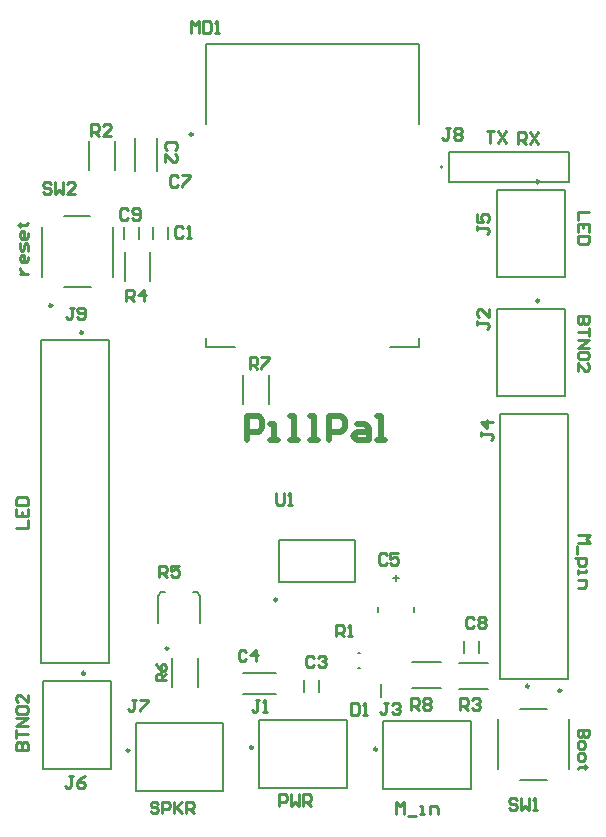
<source format=gbr>
G04*
G04 #@! TF.GenerationSoftware,Altium Limited,Altium Designer,24.2.2 (26)*
G04*
G04 Layer_Color=65535*
%FSLAX43Y43*%
%MOMM*%
G71*
G04*
G04 #@! TF.SameCoordinates,78AD72C9-59E1-4A50-B3D3-B96FA2B5B495*
G04*
G04*
G04 #@! TF.FilePolarity,Positive*
G04*
G01*
G75*
%ADD10C,0.250*%
%ADD11C,0.200*%
%ADD12C,0.500*%
%ADD13C,0.254*%
%ADD14R,0.200X1.200*%
D10*
X7300Y14700D02*
G03*
X7300Y14700I-125J0D01*
G01*
X7125Y43550D02*
G03*
X7125Y43550I-125J0D01*
G01*
X45725Y56325D02*
G03*
X45725Y56325I-125J0D01*
G01*
X45750Y46250D02*
G03*
X45750Y46250I-125J0D01*
G01*
X44900Y13625D02*
G03*
X44900Y13625I-125J0D01*
G01*
X47625Y13250D02*
G03*
X47625Y13250I-125J0D01*
G01*
X21525Y8425D02*
G03*
X21525Y8425I-125J0D01*
G01*
X14375Y16800D02*
G03*
X14375Y16800I-125J0D01*
G01*
X32025Y8275D02*
G03*
X32025Y8275I-125J0D01*
G01*
X23575Y20930D02*
G03*
X23575Y20930I-125J0D01*
G01*
X16425Y60330D02*
G03*
X16425Y60330I-125J0D01*
G01*
X4525Y45850D02*
G03*
X4525Y45850I-125J0D01*
G01*
X11075Y8175D02*
G03*
X11075Y8175I-125J0D01*
G01*
D11*
X37590Y57575D02*
G03*
X37590Y57575I-100J0D01*
G01*
X3775Y14025D02*
X9525D01*
X3775Y6625D02*
Y14025D01*
Y6625D02*
X9525D01*
Y14025D01*
X3600Y15550D02*
X9350D01*
Y42950D01*
X3600D02*
X9350D01*
X3600Y15550D02*
Y42950D01*
X7675Y57296D02*
Y59754D01*
X9875Y57296D02*
Y59754D01*
X10587Y51462D02*
Y52512D01*
X11837Y51462D02*
Y52512D01*
X14350Y51450D02*
Y52500D01*
X13100Y51450D02*
Y52500D01*
X22900Y37471D02*
Y39929D01*
X20700Y37471D02*
Y39929D01*
X42200Y55650D02*
X47950D01*
X42200Y48250D02*
Y55650D01*
Y48250D02*
X47950D01*
Y55650D01*
X42225Y45575D02*
X47975D01*
X42225Y38175D02*
Y45575D01*
Y38175D02*
X47975D01*
Y45575D01*
X42425Y36625D02*
X48175D01*
X42425Y14225D02*
Y36625D01*
Y14225D02*
X48175D01*
Y36625D01*
X42255Y6600D02*
Y10804D01*
X48245Y6600D02*
Y10804D01*
X44150Y5705D02*
X46379D01*
X44121Y11695D02*
X46379D01*
X22075Y5025D02*
Y10775D01*
Y5025D02*
X29475D01*
Y10775D01*
X22075D02*
X29475D01*
X14700Y13546D02*
Y16004D01*
X16900Y13546D02*
Y16004D01*
X17050Y18950D02*
Y21250D01*
X16750Y21550D02*
X17050Y21250D01*
X16450Y21550D02*
X16750D01*
X13750Y21550D02*
X14050D01*
X13450Y21250D02*
X13750Y21550D01*
X13450Y18950D02*
Y21250D01*
X13381Y57244D02*
Y60056D01*
X11569Y57244D02*
Y60056D01*
X10650Y47946D02*
Y50404D01*
X12850Y47946D02*
Y50404D01*
X20644Y12944D02*
X23456D01*
X20644Y14756D02*
X23456D01*
X27125Y13125D02*
Y14175D01*
X25875Y13125D02*
Y14175D01*
X32575Y4875D02*
Y10625D01*
Y4875D02*
X39975D01*
Y10625D01*
X32575D02*
X39975D01*
X34996Y15625D02*
X37454D01*
X34996Y13425D02*
X37454D01*
X38996Y13350D02*
X41454D01*
X38996Y15550D02*
X41454D01*
X30450Y15150D02*
X30550D01*
X30450Y16450D02*
X30550D01*
X23698Y22472D02*
X30202D01*
Y25978D01*
X23698D02*
X30202D01*
X23698Y22472D02*
Y25978D01*
X33625Y22525D02*
Y23025D01*
X33375Y22775D02*
X33875D01*
X35125Y19900D02*
Y20350D01*
X32125Y19900D02*
Y20350D01*
X17525Y61230D02*
Y67945D01*
Y42345D02*
Y43070D01*
X33115Y42345D02*
X35625D01*
X17525D02*
X20035D01*
X35625Y61230D02*
Y67945D01*
Y42345D02*
Y43070D01*
X17525Y67945D02*
X35625D01*
X9645Y48296D02*
Y52500D01*
X3655Y48296D02*
Y52500D01*
X5521Y53395D02*
X7750D01*
X5521Y47405D02*
X7779D01*
X40675Y16425D02*
Y17475D01*
X39425Y16425D02*
Y17475D01*
X11625Y4775D02*
Y10525D01*
Y4775D02*
X19025D01*
Y10525D01*
X11625D02*
X19025D01*
X38140Y56305D02*
Y58845D01*
X48300Y56305D02*
Y58845D01*
X38140D02*
X48300D01*
X38140Y56305D02*
X48300D01*
D12*
X21000Y34500D02*
Y36499D01*
X22000D01*
X22333Y36166D01*
Y35500D01*
X22000Y35166D01*
X21000D01*
X22999Y34500D02*
X23666D01*
X23333D01*
Y35833D01*
X22999D01*
X24665Y34500D02*
X25332D01*
X24999D01*
Y36499D01*
X24665D01*
X26332Y34500D02*
X26998D01*
X26665D01*
Y36499D01*
X26332D01*
X27998Y34500D02*
Y36499D01*
X28997D01*
X29331Y36166D01*
Y35500D01*
X28997Y35166D01*
X27998D01*
X30330Y35833D02*
X30997D01*
X31330Y35500D01*
Y34500D01*
X30330D01*
X29997Y34833D01*
X30330Y35166D01*
X31330D01*
X31996Y34500D02*
X32663D01*
X32330D01*
Y36499D01*
X31996D01*
D13*
X6308Y6025D02*
X5975D01*
X6142D01*
Y5192D01*
X5975Y5025D01*
X5809D01*
X5642Y5192D01*
X7308Y6025D02*
X6975Y5858D01*
X6642Y5525D01*
Y5192D01*
X6808Y5025D01*
X7141D01*
X7308Y5192D01*
Y5358D01*
X7141Y5525D01*
X6642D01*
X6333Y45675D02*
X6000D01*
X6167D01*
Y44842D01*
X6000Y44675D01*
X5834D01*
X5667Y44842D01*
X6667D02*
X6833Y44675D01*
X7166D01*
X7333Y44842D01*
Y45508D01*
X7166Y45675D01*
X6833D01*
X6667Y45508D01*
Y45342D01*
X6833Y45175D01*
X7333D01*
X7817Y60225D02*
Y61225D01*
X8317D01*
X8483Y61058D01*
Y60725D01*
X8317Y60558D01*
X7817D01*
X8150D02*
X8483Y60225D01*
X9483D02*
X8817D01*
X9483Y60892D01*
Y61058D01*
X9316Y61225D01*
X8983D01*
X8817Y61058D01*
X10933Y53908D02*
X10767Y54075D01*
X10434D01*
X10267Y53908D01*
Y53242D01*
X10434Y53075D01*
X10767D01*
X10933Y53242D01*
X11267D02*
X11433Y53075D01*
X11766D01*
X11933Y53242D01*
Y53908D01*
X11766Y54075D01*
X11433D01*
X11267Y53908D01*
Y53742D01*
X11433Y53575D01*
X11933D01*
X15600Y52433D02*
X15433Y52600D01*
X15100D01*
X14934Y52433D01*
Y51767D01*
X15100Y51600D01*
X15433D01*
X15600Y51767D01*
X15933Y51600D02*
X16266D01*
X16100D01*
Y52600D01*
X15933Y52433D01*
X21242Y40450D02*
Y41450D01*
X21742D01*
X21908Y41283D01*
Y40950D01*
X21742Y40783D01*
X21242D01*
X21575D02*
X21908Y40450D01*
X22242Y41450D02*
X22908D01*
Y41283D01*
X22242Y40617D01*
Y40450D01*
X40475Y52583D02*
Y52250D01*
Y52417D01*
X41308D01*
X41475Y52250D01*
Y52084D01*
X41308Y51917D01*
X40475Y53583D02*
Y52917D01*
X40975D01*
X40808Y53250D01*
Y53416D01*
X40975Y53583D01*
X41308D01*
X41475Y53416D01*
Y53083D01*
X41308Y52917D01*
X40475Y44508D02*
Y44175D01*
Y44342D01*
X41308D01*
X41475Y44175D01*
Y44009D01*
X41308Y43842D01*
X41475Y45508D02*
Y44842D01*
X40808Y45508D01*
X40642D01*
X40475Y45341D01*
Y45008D01*
X40642Y44842D01*
X40875Y35133D02*
Y34800D01*
Y34967D01*
X41708D01*
X41875Y34800D01*
Y34634D01*
X41708Y34467D01*
X41875Y35966D02*
X40875D01*
X41375Y35467D01*
Y36133D01*
X43900Y3983D02*
X43734Y4150D01*
X43400D01*
X43234Y3983D01*
Y3817D01*
X43400Y3650D01*
X43734D01*
X43900Y3483D01*
Y3317D01*
X43734Y3150D01*
X43400D01*
X43234Y3317D01*
X44233Y4150D02*
Y3150D01*
X44567Y3483D01*
X44900Y3150D01*
Y4150D01*
X45233Y3150D02*
X45566D01*
X45400D01*
Y4150D01*
X45233Y3983D01*
X22075Y12425D02*
X21742D01*
X21908D01*
Y11592D01*
X21742Y11425D01*
X21575D01*
X21409Y11592D01*
X22408Y11425D02*
X22741D01*
X22575D01*
Y12425D01*
X22408Y12258D01*
X14125Y14134D02*
X13325D01*
Y14533D01*
X13458Y14667D01*
X13725D01*
X13858Y14533D01*
Y14134D01*
Y14400D02*
X14125Y14667D01*
X13325Y15466D02*
X13458Y15200D01*
X13725Y14933D01*
X13992D01*
X14125Y15067D01*
Y15333D01*
X13992Y15466D01*
X13858D01*
X13725Y15333D01*
Y14933D01*
X13578Y22829D02*
Y23828D01*
X14077D01*
X14244Y23662D01*
Y23328D01*
X14077Y23162D01*
X13578D01*
X13911D02*
X14244Y22829D01*
X15244Y23828D02*
X14577D01*
Y23328D01*
X14910Y23495D01*
X15077D01*
X15244Y23328D01*
Y22995D01*
X15077Y22829D01*
X14744D01*
X14577Y22995D01*
X14908Y59017D02*
X15075Y59183D01*
Y59516D01*
X14908Y59683D01*
X14242D01*
X14075Y59516D01*
Y59183D01*
X14242Y59017D01*
X14075Y58017D02*
Y58683D01*
X14742Y58017D01*
X14908D01*
X15075Y58184D01*
Y58517D01*
X14908Y58683D01*
X15208Y56733D02*
X15042Y56900D01*
X14709D01*
X14542Y56733D01*
Y56067D01*
X14709Y55900D01*
X15042D01*
X15208Y56067D01*
X15542Y56900D02*
X16208D01*
Y56733D01*
X15542Y56067D01*
Y55900D01*
X10767Y46200D02*
Y47200D01*
X11267D01*
X11433Y47033D01*
Y46700D01*
X11267Y46533D01*
X10767D01*
X11100D02*
X11433Y46200D01*
X12266D02*
Y47200D01*
X11767Y46700D01*
X12433D01*
X20975Y16550D02*
X20808Y16716D01*
X20475D01*
X20309Y16550D01*
Y15883D01*
X20475Y15717D01*
X20808D01*
X20975Y15883D01*
X21808Y15717D02*
Y16716D01*
X21308Y16216D01*
X21975D01*
X26690Y16042D02*
X26523Y16208D01*
X26190D01*
X26024Y16042D01*
Y15375D01*
X26190Y15209D01*
X26523D01*
X26690Y15375D01*
X27023Y16042D02*
X27190Y16208D01*
X27523D01*
X27690Y16042D01*
Y15875D01*
X27523Y15708D01*
X27357D01*
X27523D01*
X27690Y15542D01*
Y15375D01*
X27523Y15209D01*
X27190D01*
X27023Y15375D01*
X29834Y12175D02*
Y11175D01*
X30333D01*
X30500Y11342D01*
Y12008D01*
X30333Y12175D01*
X29834D01*
X30833Y11175D02*
X31166D01*
X31000D01*
Y12175D01*
X30833Y12008D01*
X32983Y12225D02*
X32650D01*
X32817D01*
Y11392D01*
X32650Y11225D01*
X32484D01*
X32317Y11392D01*
X33317Y12058D02*
X33483Y12225D01*
X33816D01*
X33983Y12058D01*
Y11892D01*
X33816Y11725D01*
X33650D01*
X33816D01*
X33983Y11558D01*
Y11392D01*
X33816Y11225D01*
X33483D01*
X33317Y11392D01*
X34892Y11600D02*
Y12600D01*
X35392D01*
X35558Y12433D01*
Y12100D01*
X35392Y11933D01*
X34892D01*
X35225D02*
X35558Y11600D01*
X35892Y12433D02*
X36058Y12600D01*
X36391D01*
X36558Y12433D01*
Y12267D01*
X36391Y12100D01*
X36558Y11933D01*
Y11767D01*
X36391Y11600D01*
X36058D01*
X35892Y11767D01*
Y11933D01*
X36058Y12100D01*
X35892Y12267D01*
Y12433D01*
X36058Y12100D02*
X36391D01*
X39042Y11575D02*
Y12575D01*
X39542D01*
X39708Y12408D01*
Y12075D01*
X39542Y11908D01*
X39042D01*
X39375D02*
X39708Y11575D01*
X40042Y12408D02*
X40208Y12575D01*
X40541D01*
X40708Y12408D01*
Y12242D01*
X40541Y12075D01*
X40375D01*
X40541D01*
X40708Y11908D01*
Y11742D01*
X40541Y11575D01*
X40208D01*
X40042Y11742D01*
X28538Y17825D02*
Y18824D01*
X29038D01*
X29205Y18658D01*
Y18325D01*
X29038Y18158D01*
X28538D01*
X28871D02*
X29205Y17825D01*
X29538D02*
X29871D01*
X29704D01*
Y18824D01*
X29538Y18658D01*
X23458Y29975D02*
Y29142D01*
X23625Y28975D01*
X23958D01*
X24125Y29142D01*
Y29975D01*
X24458Y28975D02*
X24791D01*
X24624D01*
Y29975D01*
X24458Y29808D01*
X32837Y24728D02*
X32670Y24895D01*
X32337D01*
X32170Y24728D01*
Y24062D01*
X32337Y23895D01*
X32670D01*
X32837Y24062D01*
X33837Y24895D02*
X33170D01*
Y24395D01*
X33503Y24562D01*
X33670D01*
X33837Y24395D01*
Y24062D01*
X33670Y23895D01*
X33337D01*
X33170Y24062D01*
X16295Y68904D02*
Y69904D01*
X16629Y69571D01*
X16962Y69904D01*
Y68904D01*
X17295Y69904D02*
Y68904D01*
X17795D01*
X17962Y69071D01*
Y69737D01*
X17795Y69904D01*
X17295D01*
X18295Y68904D02*
X18628D01*
X18461D01*
Y69904D01*
X18295Y69737D01*
X4440Y56123D02*
X4273Y56289D01*
X3940D01*
X3773Y56123D01*
Y55956D01*
X3940Y55790D01*
X4273D01*
X4440Y55623D01*
Y55456D01*
X4273Y55290D01*
X3940D01*
X3773Y55456D01*
X4773Y56289D02*
Y55290D01*
X5106Y55623D01*
X5439Y55290D01*
Y56289D01*
X6439Y55290D02*
X5773D01*
X6439Y55956D01*
Y56123D01*
X6272Y56289D01*
X5939D01*
X5773Y56123D01*
X40254Y19344D02*
X40087Y19510D01*
X39754D01*
X39587Y19344D01*
Y18677D01*
X39754Y18511D01*
X40087D01*
X40254Y18677D01*
X40587Y19344D02*
X40753Y19510D01*
X41087D01*
X41253Y19344D01*
Y19177D01*
X41087Y19010D01*
X41253Y18844D01*
Y18677D01*
X41087Y18511D01*
X40753D01*
X40587Y18677D01*
Y18844D01*
X40753Y19010D01*
X40587Y19177D01*
Y19344D01*
X40753Y19010D02*
X41087D01*
X11628Y12474D02*
X11295D01*
X11461D01*
Y11641D01*
X11295Y11475D01*
X11128D01*
X10961Y11641D01*
X11961Y12474D02*
X12628D01*
Y12308D01*
X11961Y11641D01*
Y11475D01*
X38222Y60887D02*
X37888D01*
X38055D01*
Y60054D01*
X37888Y59887D01*
X37722D01*
X37555Y60054D01*
X38555Y60720D02*
X38721Y60887D01*
X39055D01*
X39221Y60720D01*
Y60554D01*
X39055Y60387D01*
X39221Y60220D01*
Y60054D01*
X39055Y59887D01*
X38721D01*
X38555Y60054D01*
Y60220D01*
X38721Y60387D01*
X38555Y60554D01*
Y60720D01*
X38721Y60387D02*
X39055D01*
X41304Y60579D02*
X41970D01*
X41637D01*
Y59579D01*
X42304Y60579D02*
X42970Y59579D01*
Y60579D02*
X42304Y59579D01*
X44004Y59504D02*
Y60504D01*
X44504D01*
X44670Y60337D01*
Y60004D01*
X44504Y59837D01*
X44004D01*
X44337D02*
X44670Y59504D01*
X45004Y60504D02*
X45670Y59504D01*
Y60504D02*
X45004Y59504D01*
X1458Y26991D02*
X2458D01*
Y27657D01*
X1458Y28657D02*
Y27991D01*
X2458D01*
Y28657D01*
X1958Y27991D02*
Y28324D01*
X1458Y28990D02*
X2458D01*
Y29490D01*
X2291Y29657D01*
X1625D01*
X1458Y29490D01*
Y28990D01*
Y8241D02*
X2458D01*
Y8741D01*
X2291Y8907D01*
X2125D01*
X1958Y8741D01*
Y8241D01*
Y8741D01*
X1792Y8907D01*
X1625D01*
X1458Y8741D01*
Y8241D01*
Y9241D02*
Y9907D01*
Y9574D01*
X2458D01*
Y10240D02*
X1458D01*
X2458Y10907D01*
X1458D01*
X1625Y11240D02*
X1458Y11407D01*
Y11740D01*
X1625Y11906D01*
X2291D01*
X2458Y11740D01*
Y11407D01*
X2291Y11240D01*
X1625D01*
X2458Y12906D02*
Y12240D01*
X1792Y12906D01*
X1625D01*
X1458Y12740D01*
Y12406D01*
X1625Y12240D01*
X13518Y3677D02*
X13351Y3844D01*
X13018D01*
X12851Y3677D01*
Y3510D01*
X13018Y3344D01*
X13351D01*
X13518Y3177D01*
Y3011D01*
X13351Y2844D01*
X13018D01*
X12851Y3011D01*
X13851Y2844D02*
Y3844D01*
X14351D01*
X14517Y3677D01*
Y3344D01*
X14351Y3177D01*
X13851D01*
X14850Y3844D02*
Y2844D01*
Y3177D01*
X15517Y3844D01*
X15017Y3344D01*
X15517Y2844D01*
X15850D02*
Y3844D01*
X16350D01*
X16517Y3677D01*
Y3344D01*
X16350Y3177D01*
X15850D01*
X16183D02*
X16517Y2844D01*
X50004Y53746D02*
X49004D01*
Y53080D01*
X50004Y52080D02*
Y52746D01*
X49004D01*
Y52080D01*
X49504Y52746D02*
Y52413D01*
X50004Y51747D02*
X49004D01*
Y51247D01*
X49171Y51080D01*
X49837D01*
X50004Y51247D01*
Y51747D01*
X33669Y2828D02*
Y3827D01*
X34002Y3494D01*
X34335Y3827D01*
Y2828D01*
X34669Y2661D02*
X35335D01*
X35668Y2828D02*
X36002D01*
X35835D01*
Y3494D01*
X35668D01*
X36501Y2828D02*
Y3494D01*
X37001D01*
X37168Y3327D01*
Y2828D01*
X50004Y9946D02*
X49004D01*
Y9446D01*
X49171Y9280D01*
X49337D01*
X49504Y9446D01*
Y9946D01*
Y9446D01*
X49670Y9280D01*
X49837D01*
X50004Y9446D01*
Y9946D01*
X49004Y8780D02*
Y8446D01*
X49171Y8280D01*
X49504D01*
X49670Y8446D01*
Y8780D01*
X49504Y8946D01*
X49171D01*
X49004Y8780D01*
Y7780D02*
Y7447D01*
X49171Y7280D01*
X49504D01*
X49670Y7447D01*
Y7780D01*
X49504Y7947D01*
X49171D01*
X49004Y7780D01*
X49837Y6780D02*
X49670D01*
Y6947D01*
Y6614D01*
Y6780D01*
X49171D01*
X49004Y6614D01*
X49087Y26446D02*
X50087D01*
X49754Y26113D01*
X50087Y25780D01*
X49087D01*
X48921Y25446D02*
Y24780D01*
X48754Y24447D02*
X49754D01*
Y23947D01*
X49587Y23780D01*
X49254D01*
X49087Y23947D01*
Y24447D01*
Y23447D02*
Y23114D01*
Y23280D01*
X49754D01*
Y23447D01*
X49087Y22614D02*
X49754D01*
Y22114D01*
X49587Y21947D01*
X49087D01*
X50004Y44946D02*
X49004D01*
Y44446D01*
X49171Y44280D01*
X49337D01*
X49504Y44446D01*
Y44946D01*
Y44446D01*
X49670Y44280D01*
X49837D01*
X50004Y44446D01*
Y44946D01*
Y43946D02*
Y43280D01*
Y43613D01*
X49004D01*
Y42947D02*
X50004D01*
X49004Y42280D01*
X50004D01*
X49837Y41947D02*
X50004Y41780D01*
Y41447D01*
X49837Y41281D01*
X49171D01*
X49004Y41447D01*
Y41780D01*
X49171Y41947D01*
X49837D01*
X49004Y40281D02*
Y40947D01*
X49670Y40281D01*
X49837D01*
X50004Y40447D01*
Y40781D01*
X49837Y40947D01*
X23754Y3504D02*
Y4504D01*
X24254D01*
X24420Y4337D01*
Y4004D01*
X24254Y3837D01*
X23754D01*
X24754Y4504D02*
Y3504D01*
X25087Y3837D01*
X25420Y3504D01*
Y4504D01*
X25753Y3504D02*
Y4504D01*
X26253D01*
X26420Y4337D01*
Y4004D01*
X26253Y3837D01*
X25753D01*
X26087D02*
X26420Y3504D01*
X1792Y48491D02*
X2458D01*
X2125D01*
X1958Y48658D01*
X1792Y48824D01*
Y48991D01*
X2458Y49991D02*
Y49657D01*
X2291Y49491D01*
X1958D01*
X1792Y49657D01*
Y49991D01*
X1958Y50157D01*
X2125D01*
Y49491D01*
X2458Y50490D02*
Y50990D01*
X2291Y51157D01*
X2125Y50990D01*
Y50657D01*
X1958Y50490D01*
X1792Y50657D01*
Y51157D01*
X2458Y51990D02*
Y51657D01*
X2291Y51490D01*
X1958D01*
X1792Y51657D01*
Y51990D01*
X1958Y52156D01*
X2125D01*
Y51490D01*
X1625Y52656D02*
X1792D01*
Y52490D01*
Y52823D01*
Y52656D01*
X2291D01*
X2458Y52823D01*
D14*
X32400Y13175D02*
D03*
M02*

</source>
